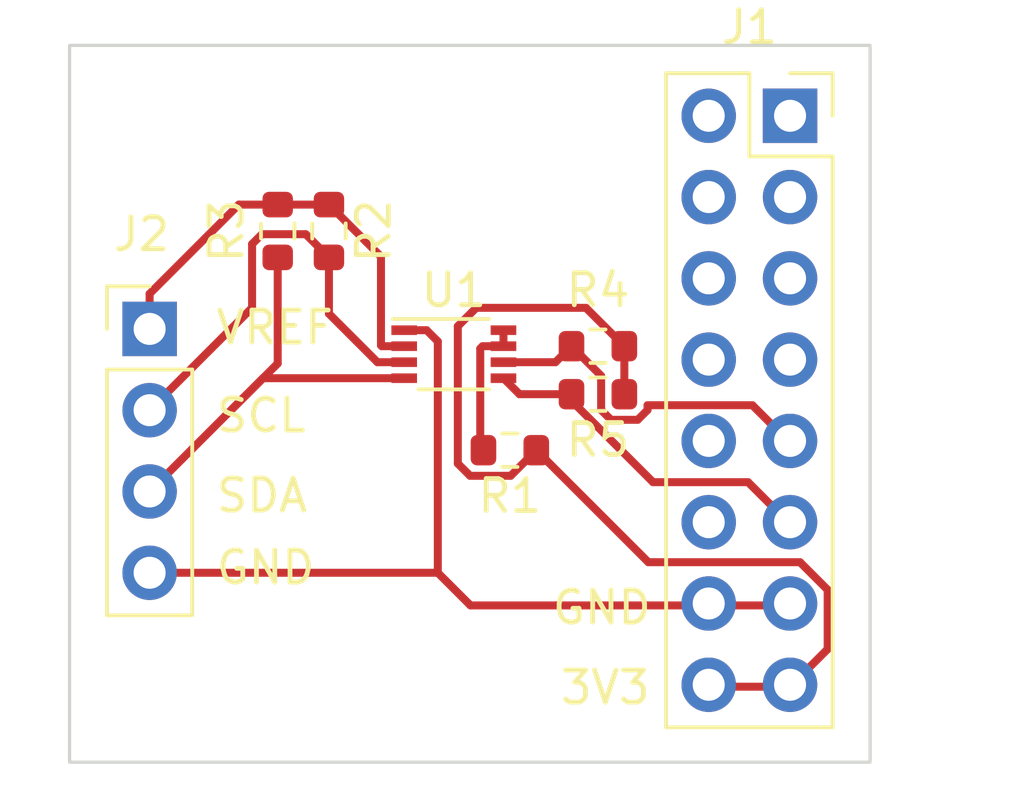
<source format=kicad_pcb>
(kicad_pcb (version 20221018) (generator pcbnew)
  (layers (0 "F.Cu" signal) (31 "B.Cu" signal) (34 "B.Paste" user) (35 "F.Paste" user) (36 "B.SilkS" user "B.Silkscreen") (37 "F.SilkS" user "F.Silkscreen") (38 "B.Mask" user) (39 "F.Mask" user) (44 "Edge.Cuts" user))
  (net 0 "")
  (net 1 "+3V3")
  (net 2 "GND")
  (net 3 "/SDA_3V3")
  (net 4 "/SCL_3V3")
  (net 6 "VDD")
  (net 7 "Net-(U1-EN)")
  (net 15 "/SCL")
  (net 16 "/SDA")
  (footprint "Resistor_SMD:R_0603_1608Metric" (layer "F.Cu") (at 161 101 180)
    (fp_text reference "R4" (at 0 1.75) (layer "F.SilkS"))
    (fp_text value "2k2")
    (fp_line (start -0.237258 -0.5225) (end 0.237258 -0.5225) (stroke (width 0.12)) (layer "F.SilkS"))
    (fp_line (start -0.237258 0.5225) (end 0.237258 0.5225) (stroke (width 0.12)) (layer "F.SilkS"))
    (pad "1" smd roundrect (at -0.825 0 180) (size 0.8 0.95) (layers "F.Cu" "F.Paste" "F.Mask") (net 1 "+3V3"))
    (pad "2" smd roundrect (at 0.825 0 180) (size 0.8 0.95) (layers "F.Cu" "F.Paste" "F.Mask") (net 4 "/SCL_3V3"))
  )
  (footprint "Resistor_SMD:R_0603_1608Metric" (layer "F.Cu") (at 161 102.5 180)
    (fp_text reference "R5" (at 0 -1.43) (layer "F.SilkS"))
    (fp_text value "2k2")
    (fp_line (start -0.237258 -0.5225) (end 0.237258 -0.5225) (stroke (width 0.12)) (layer "F.SilkS"))
    (fp_line (start -0.237258 0.5225) (end 0.237258 0.5225) (stroke (width 0.12)) (layer "F.SilkS"))
    (pad "1" smd roundrect (at -0.825 0 180) (size 0.8 0.95) (layers "F.Cu" "F.Paste" "F.Mask") (net 1 "+3V3"))
    (pad "2" smd roundrect (at 0.825 0 180) (size 0.8 0.95) (layers "F.Cu" "F.Paste" "F.Mask") (net 3 "/SDA_3V3"))
  )
  (footprint "Resistor_SMD:R_0603_1608Metric" (layer "F.Cu") (at 151 97.4 -90)
    (fp_text reference "R3" (at 0 1.6 90) (layer "F.SilkS"))
    (fp_text value "2k2")
    (fp_line (start -0.237258 -0.5225) (end 0.237258 -0.5225) (stroke (width 0.12)) (layer "F.SilkS"))
    (fp_line (start -0.237258 0.5225) (end 0.237258 0.5225) (stroke (width 0.12)) (layer "F.SilkS"))
    (pad "1" smd roundrect (at -0.825 0 270) (size 0.8 0.95) (layers "F.Cu" "F.Paste" "F.Mask") (net 6 "VDD"))
    (pad "2" smd roundrect (at 0.825 0 270) (size 0.8 0.95) (layers "F.Cu" "F.Paste" "F.Mask") (net 16 "/SDA"))
  )
  (footprint "Connector_PinHeader_2.54mm:PinHeader_1x04_P2.54mm_Vertical" (layer "F.Cu") (at 147 100.46)
    (fp_text reference "J2" (at -0.25 -2.96) (layer "F.SilkS"))
    (fp_text value "Conn_01x04")
    (fp_line (start -1.33 -1.33) (end 0 -1.33) (stroke (width 0.12)) (layer "F.SilkS"))
    (fp_line (start -1.33 0) (end -1.33 -1.33) (stroke (width 0.12)) (layer "F.SilkS"))
    (fp_line (start -1.33 1.27) (end -1.33 8.95) (stroke (width 0.12)) (layer "F.SilkS"))
    (fp_line (start -1.33 1.27) (end 1.33 1.27) (stroke (width 0.12)) (layer "F.SilkS"))
    (fp_line (start -1.33 8.95) (end 1.33 8.95) (stroke (width 0.12)) (layer "F.SilkS"))
    (fp_line (start 1.33 1.27) (end 1.33 8.95) (stroke (width 0.12)) (layer "F.SilkS"))
    (pad "1" thru_hole rect (at 0 0) (size 1.7 1.7) (drill 1) (layers "*.Cu" "*.Mask") (net 6 "VDD"))
    (pad "2" thru_hole oval (at 0 2.54) (size 1.7 1.7) (drill 1) (layers "*.Cu" "*.Mask") (net 15 "/SCL"))
    (pad "3" thru_hole oval (at 0 5.08) (size 1.7 1.7) (drill 1) (layers "*.Cu" "*.Mask") (net 16 "/SDA"))
    (pad "4" thru_hole oval (at 0 7.62) (size 1.7 1.7) (drill 1) (layers "*.Cu" "*.Mask") (net 2 "GND"))
  )
  (footprint "Package_SO:VSSOP-8_2.3x2mm_P0.5mm" (layer "F.Cu") (at 156.5 101.25)
    (fp_text reference "U1" (at 0 -2) (layer "F.SilkS"))
    (fp_text value "PCA9306")
    (fp_line (start 1.1 -1.1) (end -1.9 -1.1) (stroke (width 0.12)) (layer "F.SilkS"))
    (fp_line (start 1.1 1.1) (end -1.1 1.1) (stroke (width 0.12)) (layer "F.SilkS"))
    (pad "1" smd rect (at -1.55 -0.75 270) (size 0.3 0.8) (layers "F.Cu" "F.Paste" "F.Mask") (net 2 "GND"))
    (pad "2" smd rect (at -1.55 -0.25 270) (size 0.3 0.8) (layers "F.Cu" "F.Paste" "F.Mask") (net 6 "VDD"))
    (pad "3" smd rect (at -1.55 0.25 270) (size 0.3 0.8) (layers "F.Cu" "F.Paste" "F.Mask") (net 15 "/SCL"))
    (pad "4" smd rect (at -1.55 0.75 270) (size 0.3 0.8) (layers "F.Cu" "F.Paste" "F.Mask") (net 16 "/SDA"))
    (pad "5" smd rect (at 1.55 0.75 270) (size 0.3 0.8) (layers "F.Cu" "F.Paste" "F.Mask") (net 3 "/SDA_3V3"))
    (pad "6" smd rect (at 1.55 0.25 270) (size 0.3 0.8) (layers "F.Cu" "F.Paste" "F.Mask") (net 4 "/SCL_3V3"))
    (pad "7" smd rect (at 1.55 -0.25 270) (size 0.3 0.8) (layers "F.Cu" "F.Paste" "F.Mask") (net 7 "Net-(U1-EN)"))
    (pad "8" smd rect (at 1.55 -0.75 270) (size 0.3 0.8) (layers "F.Cu" "F.Paste" "F.Mask") (net 7 "Net-(U1-EN)"))
  )
  (footprint "Resistor_SMD:R_0603_1608Metric" (layer "F.Cu") (at 158.25 104.25 180)
    (fp_text reference "R1" (at 0 -1.43) (layer "F.SilkS"))
    (fp_text value "200k")
    (fp_line (start -0.237258 -0.5225) (end 0.237258 -0.5225) (stroke (width 0.12)) (layer "F.SilkS"))
    (fp_line (start -0.237258 0.5225) (end 0.237258 0.5225) (stroke (width 0.12)) (layer "F.SilkS"))
    (pad "1" smd roundrect (at -0.825 0 180) (size 0.8 0.95) (layers "F.Cu" "F.Paste" "F.Mask") (net 1 "+3V3"))
    (pad "2" smd roundrect (at 0.825 0 180) (size 0.8 0.95) (layers "F.Cu" "F.Paste" "F.Mask") (net 7 "Net-(U1-EN)"))
  )
  (footprint "Resistor_SMD:R_0603_1608Metric" (layer "F.Cu") (at 152.6 97.4 -90)
    (fp_text reference "R2" (at 0 -1.4 90) (layer "F.SilkS"))
    (fp_text value "2k2")
    (fp_line (start -0.237258 -0.5225) (end 0.237258 -0.5225) (stroke (width 0.12)) (layer "F.SilkS"))
    (fp_line (start -0.237258 0.5225) (end 0.237258 0.5225) (stroke (width 0.12)) (layer "F.SilkS"))
    (pad "1" smd roundrect (at -0.825 0 270) (size 0.8 0.95) (layers "F.Cu" "F.Paste" "F.Mask") (net 6 "VDD"))
    (pad "2" smd roundrect (at 0.825 0 270) (size 0.8 0.95) (layers "F.Cu" "F.Paste" "F.Mask") (net 15 "/SCL"))
  )
  (footprint "Connector_PinSocket_2.54mm:PinSocket_2x08_P2.54mm_Vertical" (layer "F.Cu") (at 167 93.8)
    (fp_text reference "J1" (at -1.27 -2.77) (layer "F.SilkS"))
    (fp_text value "Conn_02x07_Odd_Even")
    (fp_line (start -3.87 -1.33) (end -3.87 19.11) (stroke (width 0.12)) (layer "F.SilkS"))
    (fp_line (start -3.87 -1.33) (end -1.27 -1.33) (stroke (width 0.12)) (layer "F.SilkS"))
    (fp_line (start -3.87 19.11) (end 1.33 19.11) (stroke (width 0.12)) (layer "F.SilkS"))
    (fp_line (start -1.27 -1.33) (end -1.27 1.27) (stroke (width 0.12)) (layer "F.SilkS"))
    (fp_line (start -1.27 1.27) (end 1.33 1.27) (stroke (width 0.12)) (layer "F.SilkS"))
    (fp_line (start 0 -1.33) (end 1.33 -1.33) (stroke (width 0.12)) (layer "F.SilkS"))
    (fp_line (start 1.33 -1.33) (end 1.33 0) (stroke (width 0.12)) (layer "F.SilkS"))
    (fp_line (start 1.33 1.27) (end 1.33 19.11) (stroke (width 0.12)) (layer "F.SilkS"))
    (pad "1" thru_hole rect (at 0 0) (size 1.7 1.7) (drill 1) (layers "*.Cu" "*.Mask"))
    (pad "2" thru_hole oval (at -2.54 0) (size 1.7 1.7) (drill 1) (layers "*.Cu" "*.Mask"))
    (pad "3" thru_hole oval (at 0 2.54) (size 1.7 1.7) (drill 1) (layers "*.Cu" "*.Mask"))
    (pad "4" thru_hole oval (at -2.54 2.54) (size 1.7 1.7) (drill 1) (layers "*.Cu" "*.Mask"))
    (pad "5" thru_hole oval (at 0 5.08) (size 1.7 1.7) (drill 1) (layers "*.Cu" "*.Mask"))
    (pad "6" thru_hole oval (at -2.54 5.08) (size 1.7 1.7) (drill 1) (layers "*.Cu" "*.Mask"))
    (pad "7" thru_hole oval (at 0 7.62) (size 1.7 1.7) (drill 1) (layers "*.Cu" "*.Mask"))
    (pad "8" thru_hole oval (at -2.54 7.62) (size 1.7 1.7) (drill 1) (layers "*.Cu" "*.Mask"))
    (pad "9" thru_hole oval (at 0 10.16) (size 1.7 1.7) (drill 1) (layers "*.Cu" "*.Mask") (net 4 "/SCL_3V3"))
    (pad "10" thru_hole oval (at -2.54 10.16) (size 1.7 1.7) (drill 1) (layers "*.Cu" "*.Mask"))
    (pad "11" thru_hole oval (at 0 12.7) (size 1.7 1.7) (drill 1) (layers "*.Cu" "*.Mask") (net 3 "/SDA_3V3"))
    (pad "12" thru_hole oval (at -2.54 12.7) (size 1.7 1.7) (drill 1) (layers "*.Cu" "*.Mask"))
    (pad "13" thru_hole oval (at 0 15.24) (size 1.7 1.7) (drill 1) (layers "*.Cu" "*.Mask") (net 2 "GND"))
    (pad "14" thru_hole oval (at -2.54 15.24) (size 1.7 1.7) (drill 1) (layers "*.Cu" "*.Mask") (net 2 "GND"))
    (pad "15" thru_hole oval (at 0 17.78) (size 1.7 1.7) (drill 1) (layers "*.Cu" "*.Mask") (net 1 "+3V3"))
    (pad "16" thru_hole oval (at -2.54 17.78) (size 1.7 1.7) (drill 1) (layers "*.Cu" "*.Mask") (net 1 "+3V3"))
  )
  (gr_rect (start 144.5 91.6) (end 169.5 114) (stroke (width 0.1)) (fill none) (layer "Edge.Cuts"))
  (gr_text "GND" (at 149 108.5) (layer "F.SilkS") (effects (font (size 1 1)) (justify left bottom)))
  (gr_text "SCL" (at 149 103.75) (layer "F.SilkS") (effects (font (size 1 1)) (justify left bottom)))
  (gr_text "SDA" (at 149 106.25) (layer "F.SilkS") (effects (font (size 1 1)) (justify left bottom)))
  (gr_text "GND" (at 159.5 109.75) (layer "F.SilkS") (effects (font (size 1 1)) (justify left bottom)))
  (gr_text "VREF" (at 149 101) (layer "F.SilkS") (effects (font (size 1 1)) (justify left bottom)))
  (gr_text "3V3" (at 159.75 112.25) (layer "F.SilkS") (effects (font (size 1 1)) (justify left bottom)))
  (segment (start 167 111.64) (end 168.175 110.465) (width 0.25) (layer "F.Cu") (net 1))
  (segment (start 160.625 99.8) (end 161.825 101) (width 0.25) (layer "F.Cu") (net 1))
  (segment (start 158.275 105.05) (end 157.007538 105.05) (width 0.25) (layer "F.Cu") (net 1))
  (segment (start 168.175 108.613299) (end 167.311701 107.75) (width 0.25) (layer "F.Cu") (net 1))
  (segment (start 157.2 99.8) (end 160.625 99.8) (width 0.25) (layer "F.Cu") (net 1))
  (segment (start 156.625 104.667462) (end 156.625 100.375) (width 0.25) (layer "F.Cu") (net 1))
  (segment (start 168.175 110.465) (end 168.175 108.613299) (width 0.25) (layer "F.Cu") (net 1))
  (segment (start 159.075 104.25) (end 158.275 105.05) (width 0.25) (layer "F.Cu") (net 1))
  (segment (start 167 111.64) (end 164.46 111.64) (width 0.25) (layer "F.Cu") (net 1))
  (segment (start 167.311701 107.75) (end 162.575 107.75) (width 0.25) (layer "F.Cu") (net 1))
  (segment (start 161.825 101) (end 161.825 102.5) (width 0.25) (layer "F.Cu") (net 1))
  (segment (start 162.575 107.75) (end 159.075 104.25) (width 0.25) (layer "F.Cu") (net 1))
  (segment (start 157.007538 105.05) (end 156.625 104.667462) (width 0.25) (layer "F.Cu") (net 1))
  (segment (start 156.625 100.375) (end 157.2 99.8) (width 0.25) (layer "F.Cu") (net 1))
  (segment (start 164.46 109.1) (end 157.02 109.1) (width 0.25) (layer "F.Cu") (net 2))
  (segment (start 156 108.08) (end 147 108.08) (width 0.25) (layer "F.Cu") (net 2))
  (segment (start 156 108.08) (end 156 100.85) (width 0.25) (layer "F.Cu") (net 2))
  (segment (start 155.65 100.5) (end 154.95 100.5) (width 0.25) (layer "F.Cu") (net 2))
  (segment (start 156 100.85) (end 155.65 100.5) (width 0.25) (layer "F.Cu") (net 2))
  (segment (start 157.02 109.1) (end 156 108.08) (width 0.25) (layer "F.Cu") (net 2))
  (segment (start 167 109.1) (end 164.46 109.1) (width 0.25) (layer "F.Cu") (net 2))
  (segment (start 160.175 102.5) (end 158.55 102.5) (width 0.25) (layer "F.Cu") (net 3))
  (segment (start 160.175 102.5) (end 160.175 102.703152) (width 0.25) (layer "F.Cu") (net 3))
  (segment (start 165.69 105.25) (end 167 106.56) (width 0.25) (layer "F.Cu") (net 3))
  (segment (start 160.175 102.703152) (end 162.721848 105.25) (width 0.25) (layer "F.Cu") (net 3))
  (segment (start 158.55 102.5) (end 158.05 102) (width 0.25) (layer "F.Cu") (net 3))
  (segment (start 162.721848 105.25) (end 165.69 105.25) (width 0.25) (layer "F.Cu") (net 3))
  (segment (start 161.407538 103.3) (end 162.242462 103.3) (width 0.25) (layer "F.Cu") (net 4))
  (segment (start 160.175 101) (end 161.1 101.925) (width 0.25) (layer "F.Cu") (net 4))
  (segment (start 159.675 101.5) (end 158.05 101.5) (width 0.25) (layer "F.Cu") (net 4))
  (segment (start 165.825 102.845) (end 167 104.02) (width 0.25) (layer "F.Cu") (net 4))
  (segment (start 162.55 102.845) (end 165.825 102.845) (width 0.25) (layer "F.Cu") (net 4))
  (segment (start 160.175 101) (end 159.675 101.5) (width 0.25) (layer "F.Cu") (net 4))
  (segment (start 161.1 102.992462) (end 161.407538 103.3) (width 0.25) (layer "F.Cu") (net 4))
  (segment (start 161.1 101.925) (end 161.1 102.992462) (width 0.25) (layer "F.Cu") (net 4))
  (segment (start 162.242462 103.3) (end 162.55 102.992462) (width 0.25) (layer "F.Cu") (net 4))
  (segment (start 162.55 102.992462) (end 162.55 102.845) (width 0.25) (layer "F.Cu") (net 4))
  (segment (start 151 96.575) (end 152.6 96.575) (width 0.25) (layer "F.Cu") (net 6))
  (segment (start 152.6 96.575) (end 154.225 98.2) (width 0.25) (layer "F.Cu") (net 6))
  (segment (start 154.25 101) (end 154.95 101) (width 0.25) (layer "F.Cu") (net 6))
  (segment (start 147 100.46) (end 147 99.36) (width 0.25) (layer "F.Cu") (net 6))
  (segment (start 147 99.36) (end 149.785 96.575) (width 0.25) (layer "F.Cu") (net 6))
  (segment (start 149.785 96.575) (end 151 96.575) (width 0.25) (layer "F.Cu") (net 6))
  (segment (start 154.225 98.2) (end 154.225 100.975) (width 0.25) (layer "F.Cu") (net 6))
  (segment (start 154.225 100.975) (end 154.25 101) (width 0.25) (layer "F.Cu") (net 6))
  (segment (start 157.325 101.075) (end 157.4 101) (width 0.25) (layer "F.Cu") (net 7))
  (segment (start 157.425 104.25) (end 157.325 104.15) (width 0.25) (layer "F.Cu") (net 7))
  (segment (start 157.4 101) (end 158.05 101) (width 0.25) (layer "F.Cu") (net 7))
  (segment (start 157.325 104.15) (end 157.325 101.075) (width 0.25) (layer "F.Cu") (net 7))
  (segment (start 158.05 100.5) (end 158.05 101) (width 0.25) (layer "F.Cu") (net 7))
  (segment (start 151.875 97.5) (end 152.6 98.225) (width 0.25) (layer "F.Cu") (net 15))
  (segment (start 150.2 97.807538) (end 150.507538 97.5) (width 0.25) (layer "F.Cu") (net 15))
  (segment (start 152.6 98.225) (end 152.6 99.98569) (width 0.25) (layer "F.Cu") (net 15))
  (segment (start 150.2 99.8) (end 150.2 97.807538) (width 0.25) (layer "F.Cu") (net 15))
  (segment (start 154.11431 101.5) (end 154.95 101.5) (width 0.25) (layer "F.Cu") (net 15))
  (segment (start 150.507538 97.5) (end 151.875 97.5) (width 0.25) (layer "F.Cu") (net 15))
  (segment (start 152.6 99.98569) (end 154.11431 101.5) (width 0.25) (layer "F.Cu") (net 15))
  (segment (start 147 103) (end 150.2 99.8) (width 0.25) (layer "F.Cu") (net 15))
  (segment (start 151 101.54) (end 151 98.225) (width 0.25) (layer "F.Cu") (net 16))
  (segment (start 150.54 102) (end 149.57 102.97) (width 0.25) (layer "F.Cu") (net 16))
  (segment (start 154.95 102) (end 150.54 102) (width 0.25) (layer "F.Cu") (net 16))
  (segment (start 149.57 102.97) (end 151 101.54) (width 0.25) (layer "F.Cu") (net 16))
  (segment (start 147 105.54) (end 149.57 102.97) (width 0.25) (layer "F.Cu") (net 16))
)
</source>
